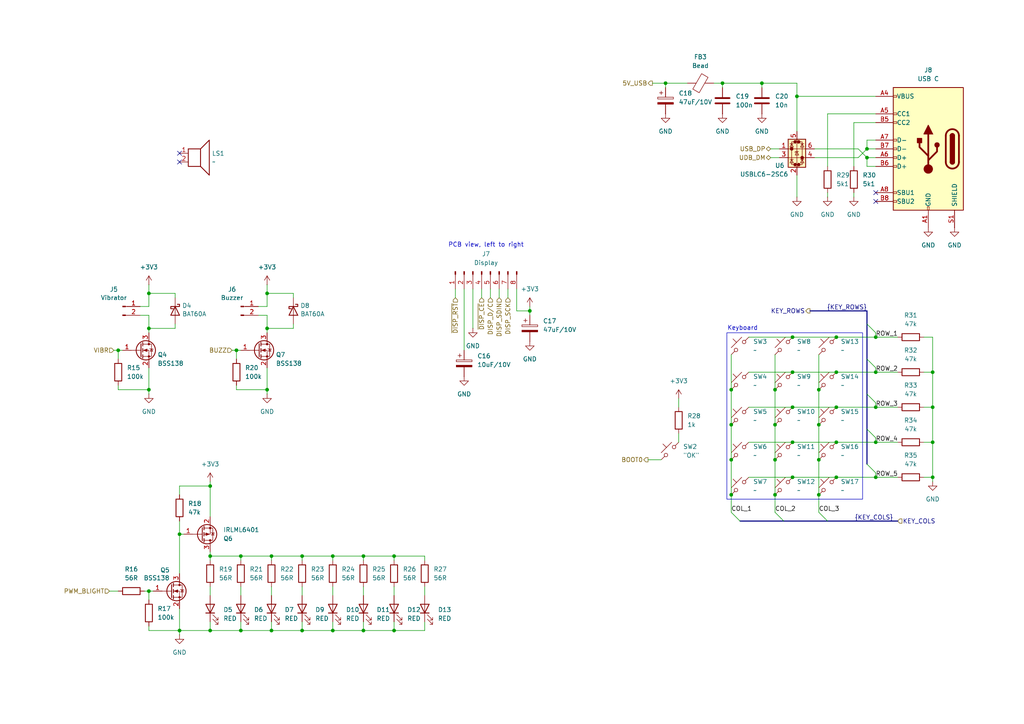
<source format=kicad_sch>
(kicad_sch (version 20250114) (generator "eeschema") (generator_version "9.0")
  (paper "A4")
  (title_block (title "Mainboard replacement for Nokia 3310") (date "29-01-2025") (rev "Rev A") (company "M17 Project") (comment 1 "Wojciech Kaczmarski, SP5WWP"))
  (lib_symbols
    (symbol "Connector:Conn_01x02_Pin" (pin_names (offset 1.016) (hide yes))
      (property "Reference" "J" (at 0 2.54 0))
      (property "Value" "Conn_01x02_Pin" (at 0 -5.08 0))
      (symbol "Conn_01x02_Pin_1_1"
        (pin passive line (at 5.08 0 180) (length 3.81) (name "Pin_1") (number "1"))
        (pin passive line (at 5.08 -2.54 180) (length 3.81) (name "Pin_2") (number "2"))
      )
    )
    (symbol "Connector:Conn_01x08_Pin" (pin_names (offset 1.016) (hide yes))
      (property "Reference" "J" (at 0 10.16 0))
      (property "Value" "Conn_01x08_Pin" (at 0 -12.7 0))
      (symbol "Conn_01x08_Pin_1_1"
        (pin passive line (at 5.08 7.62 180) (length 3.81) (name "Pin_1") (number "1"))
        (pin passive line (at 5.08 5.08 180) (length 3.81) (name "Pin_2") (number "2"))
        (pin passive line (at 5.08 2.54 180) (length 3.81) (name "Pin_3") (number "3"))
        (pin passive line (at 5.08 0 180) (length 3.81) (name "Pin_4") (number "4"))
        (pin passive line (at 5.08 -2.54 180) (length 3.81) (name "Pin_5") (number "5"))
        (pin passive line (at 5.08 -5.08 180) (length 3.81) (name "Pin_6") (number "6"))
        (pin passive line (at 5.08 -7.62 180) (length 3.81) (name "Pin_7") (number "7"))
        (pin passive line (at 5.08 -10.16 180) (length 3.81) (name "Pin_8") (number "8"))
      )
    )
    (symbol "Connector:USB_C_Receptacle_USB2.0_16P" (pin_names (offset 1.016))
      (property "Reference" "J" (at 0 22.225 0))
      (property "Value" "USB_C_Receptacle_USB2.0_16P" (at 0 19.685 0))
      (symbol "USB_C_Receptacle_USB2.0_16P_1_1"
        (pin passive line (at -7.62 -22.86 90) (length 5.08) (name "SHIELD") (number "S1"))
        (pin passive line (at 0 -22.86 90) (length 5.08) (name "GND") (number "A1"))
        (pin passive line (at 0 -22.86 90) (length 5.08) (hide yes) (name "GND") (number "A12"))
        (pin passive line (at 0 -22.86 90) (length 5.08) (hide yes) (name "GND") (number "B1"))
        (pin passive line (at 0 -22.86 90) (length 5.08) (hide yes) (name "GND") (number "B12"))
        (pin passive line (at 15.24 15.24 180) (length 5.08) (name "VBUS") (number "A4"))
        (pin passive line (at 15.24 15.24 180) (length 5.08) (hide yes) (name "VBUS") (number "A9"))
        (pin passive line (at 15.24 15.24 180) (length 5.08) (hide yes) (name "VBUS") (number "B4"))
        (pin passive line (at 15.24 15.24 180) (length 5.08) (hide yes) (name "VBUS") (number "B9"))
        (pin bidirectional line (at 15.24 10.16 180) (length 5.08) (name "CC1") (number "A5"))
        (pin bidirectional line (at 15.24 7.62 180) (length 5.08) (name "CC2") (number "B5"))
        (pin bidirectional line (at 15.24 2.54 180) (length 5.08) (name "D-") (number "A7"))
        (pin bidirectional line (at 15.24 0 180) (length 5.08) (name "D-") (number "B7"))
        (pin bidirectional line (at 15.24 -2.54 180) (length 5.08) (name "D+") (number "A6"))
        (pin bidirectional line (at 15.24 -5.08 180) (length 5.08) (name "D+") (number "B6"))
        (pin bidirectional line (at 15.24 -12.7 180) (length 5.08) (name "SBU1") (number "A8"))
        (pin bidirectional line (at 15.24 -15.24 180) (length 5.08) (name "SBU2") (number "B8"))
      )
    )
    (symbol "Device:C" (pin_numbers (hide yes)) (pin_names (offset 0.254))
      (property "Reference" "C" (at 0.635 2.54 0))
      (property "Value" "C" (at 0.635 -2.54 0))
      (symbol "C_1_1"
        (pin passive line (at 0 3.81 270) (length 2.794) (name "~") (number "1"))
        (pin passive line (at 0 -3.81 90) (length 2.794) (name "~") (number "2"))
      )
    )
    (symbol "Device:C_Polarized" (pin_numbers (hide yes)) (pin_names (offset 0.254))
      (property "Reference" "C" (at 0.635 2.54 0))
      (property "Value" "C_Polarized" (at 0.635 -2.54 0))
      (symbol "C_Polarized_1_1"
        (pin passive line (at 0 3.81 270) (length 2.794) (name "~") (number "1"))
        (pin passive line (at 0 -3.81 90) (length 2.794) (name "~") (number "2"))
      )
    )
    (symbol "Device:FerriteBead" (pin_numbers (hide yes)) (pin_names (offset 0))
      (property "Reference" "FB" (at -3.81 0.635 90))
      (property "Value" "FerriteBead" (at 3.81 0 90))
      (symbol "FerriteBead_1_1"
        (pin passive line (at 0 3.81 270) (length 2.54) (name "~") (number "1"))
        (pin passive line (at 0 -3.81 90) (length 2.54) (name "~") (number "2"))
      )
    )
    (symbol "Device:LED" (pin_numbers (hide yes)) (pin_names (offset 1.016) (hide yes))
      (property "Reference" "D" (at 0 2.54 0))
      (property "Value" "LED" (at 0 -2.54 0))
      (symbol "LED_1_1"
        (pin passive line (at -3.81 0 0) (length 2.54) (name "K") (number "1"))
        (pin passive line (at 3.81 0 180) (length 2.54) (name "A") (number "2"))
      )
    )
    (symbol "Device:R" (pin_numbers (hide yes)) (pin_names (offset 0))
      (property "Reference" "R" (at 2.032 0 90))
      (property "Value" "R" (at 0 0 90))
      (symbol "R_1_1"
        (pin passive line (at 0 3.81 270) (length 1.27) (name "~") (number "1"))
        (pin passive line (at 0 -3.81 90) (length 1.27) (name "~") (number "2"))
      )
    )
    (symbol "Device:Speaker" (pin_names (offset 0) (hide yes))
      (property "Reference" "LS" (at 1.27 5.715 0))
      (property "Value" "Speaker" (at 1.27 3.81 0))
      (symbol "Speaker_1_1"
        (pin input line (at -5.08 0 0) (length 2.54) (name "1") (number "1"))
        (pin input line (at -5.08 -2.54 0) (length 2.54) (name "2") (number "2"))
      )
    )
    (symbol "Diode:BAT60A" (pin_numbers (hide yes)) (pin_names (offset 1.016) (hide yes))
      (property "Reference" "D" (at 0 2.54 0))
      (property "Value" "BAT60A" (at 0 -2.54 0))
      (symbol "BAT60A_1_1"
        (pin passive line (at -3.81 0 0) (length 2.54) (name "K") (number "1"))
        (pin passive line (at 3.81 0 180) (length 2.54) (name "A") (number "2"))
      )
    )
    (symbol "Power_Protection:USBLC6-2SC6" (pin_names (hide yes))
      (property "Reference" "U" (at 0.635 5.715 0))
      (property "Value" "USBLC6-2SC6" (at 0.635 3.81 0))
      (symbol "USBLC6-2SC6_1_1"
        (pin passive line (at -5.08 0 0) (length 2.54) (name "I/O1") (number "1"))
        (pin passive line (at -5.08 -2.54 0) (length 2.54) (name "I/O2") (number "3"))
        (pin passive line (at 0 5.08 270) (length 2.54) (name "VBUS") (number "5"))
        (pin passive line (at 0 -7.62 90) (length 2.54) (name "GND") (number "2"))
        (pin passive line (at 5.08 0 180) (length 2.54) (name "I/O1") (number "6"))
        (pin passive line (at 5.08 -2.54 180) (length 2.54) (name "I/O2") (number "4"))
      )
    )
    (symbol "Switch:SW_Push_45deg" (pin_numbers (hide yes)) (pin_names (offset 1.016) (hide yes))
      (property "Reference" "SW" (at 3.048 1.016 0))
      (property "Value" "SW_Push_45deg" (at 0 -3.81 0))
      (symbol "SW_Push_45deg_0_1"
        (pin passive line (at -2.54 2.54 0) (length 0) (name "1") (number "1"))
        (pin passive line (at 2.54 -2.54 180) (length 0) (name "2") (number "2"))
      )
    )
    (symbol "Transistor_FET:BSS138" (pin_names (hide yes))
      (property "Reference" "Q" (at 5.08 1.905 0))
      (property "Value" "BSS138" (at 5.08 0 0))
      (symbol "BSS138_1_1"
        (pin input line (at -5.08 0 0) (length 2.54) (name "G") (number "1"))
        (pin passive line (at 2.54 5.08 270) (length 2.54) (name "D") (number "3"))
        (pin passive line (at 2.54 -5.08 90) (length 2.54) (name "S") (number "2"))
      )
    )
    (symbol "Transistor_FET:IRLML6401" (pin_names (hide yes))
      (property "Reference" "Q" (at 5.08 1.905 0))
      (property "Value" "IRLML6401" (at 5.08 0 0))
      (symbol "IRLML6401_1_1"
        (pin input line (at -5.08 0 0) (length 2.54) (name "G") (number "1"))
        (pin passive line (at 2.54 5.08 270) (length 2.54) (name "D") (number "3"))
        (pin passive line (at 2.54 -5.08 90) (length 2.54) (name "S") (number "2"))
      )
    )
    (symbol "power:+3V3" (power) (pin_numbers (hide yes)) (pin_names (offset 0) (hide yes))
      (property "Value" "+3V3" (at 0 3.556 0))
      (symbol "+3V3_1_1"
        (pin power_in line (at 0 0 90) (length 0) (name "~") (number "1"))
      )
    )
    (symbol "power:GND" (power) (pin_numbers (hide yes)) (pin_names (offset 0) (hide yes))
      (property "Value" "GND" (at 0 -3.81 0))
      (symbol "GND_1_1"
        (pin power_in line (at 0 0 270) (length 0) (name "~") (number "1"))
      )
    )
  )
  (bus_alias "KEY_COLS" (members "COL_1" "COL_2" "COL_3"))
  (bus_alias "KEY_ROWS" (members "ROW_1" "ROW_2" "ROW_3" "ROW_4" "ROW_5"))
  (rectangle (start 210.82 96.52) (end 250.19 144.78))
  (text "Keyboard" (at 215.392 95.25 0) (effects (font (size 1.27 1.27))))
  (text "PCB view, left to right" (at 140.97 71.12 0) (effects (font (size 1.27 1.27))))
  (junction (at 231.14 27.94))
  (junction (at 87.63 161.29))
  (junction (at 212.09 133.35))
  (junction (at 224.79 143.51))
  (junction (at 77.47 113.03))
  (junction (at 229.87 128.27))
  (junction (at 270.51 128.27))
  (junction (at 237.49 133.35))
  (junction (at 43.18 113.03))
  (junction (at 60.96 140.97))
  (junction (at 69.85 182.88))
  (junction (at 105.41 182.88))
  (junction (at 224.79 133.35))
  (junction (at 212.09 143.51))
  (junction (at 69.85 161.29))
  (junction (at 34.29 101.6))
  (junction (at 209.55 24.13))
  (junction (at 78.74 182.88))
  (junction (at 251.46 45.72))
  (junction (at 212.09 113.03))
  (junction (at 237.49 143.51))
  (junction (at 96.52 161.29))
  (junction (at 254 118.11))
  (junction (at 220.98 24.13))
  (junction (at 270.51 118.11))
  (junction (at 242.57 138.43))
  (junction (at 229.87 107.95))
  (junction (at 77.47 85.09))
  (junction (at 254 97.79))
  (junction (at 78.74 161.29))
  (junction (at 224.79 123.19))
  (junction (at 96.52 182.88))
  (junction (at 77.47 95.25))
  (junction (at 193.04 24.13))
  (junction (at 52.07 154.94))
  (junction (at 251.46 43.18))
  (junction (at 114.3 182.88))
  (junction (at 254 107.95))
  (junction (at 114.3 161.29))
  (junction (at 229.87 97.79))
  (junction (at 237.49 113.03))
  (junction (at 270.51 138.43))
  (junction (at 237.49 123.19))
  (junction (at 43.18 95.25))
  (junction (at 60.96 182.88))
  (junction (at 224.79 113.03))
  (junction (at 87.63 182.88))
  (junction (at 153.67 90.17))
  (junction (at 60.96 161.29))
  (junction (at 212.09 123.19))
  (junction (at 105.41 161.29))
  (junction (at 242.57 107.95))
  (junction (at 254 138.43))
  (junction (at 229.87 118.11))
  (junction (at 242.57 97.79))
  (junction (at 68.58 101.6))
  (junction (at 254 128.27))
  (junction (at 242.57 128.27))
  (junction (at 229.87 138.43))
  (junction (at 43.18 171.45))
  (junction (at 242.57 118.11))
  (junction (at 52.07 182.88))
  (junction (at 270.51 107.95))
  (junction (at 43.18 85.09))
  (no_connect (at 254 58.42))
  (no_connect (at 254 55.88))
  (no_connect (at 52.07 46.99))
  (no_connect (at 52.07 44.45))
  (bus_entry (at 251.46 134.62) (size 2.54 2.54))
  (bus_entry (at 227.33 151.13) (size -2.54 -2.54))
  (bus_entry (at 251.46 93.98) (size 2.54 2.54))
  (bus_entry (at 251.46 114.3) (size 2.54 2.54))
  (bus_entry (at 240.03 151.13) (size -2.54 -2.54))
  (bus_entry (at 251.46 124.46) (size 2.54 2.54))
  (bus_entry (at 214.63 151.13) (size -2.54 -2.54))
  (bus_entry (at 251.46 104.14) (size 2.54 2.54))
  (wire (pts (xy 69.85 182.88) (xy 78.74 182.88)))
  (wire (pts (xy 247.65 55.88) (xy 247.65 57.15)))
  (wire (pts (xy 251.46 40.64) (xy 251.46 43.18)))
  (wire (pts (xy 196.85 115.57) (xy 196.85 118.11)))
  (wire (pts (xy 231.14 24.13) (xy 231.14 27.94)))
  (wire (pts (xy 123.19 182.88) (xy 123.19 180.34)))
  (wire (pts (xy 68.58 111.76) (xy 68.58 113.03)))
  (wire (pts (xy 74.93 91.44) (xy 77.47 91.44)))
  (wire (pts (xy 147.32 86.36) (xy 147.32 83.82)))
  (wire (pts (xy 105.41 161.29) (xy 114.3 161.29)))
  (wire (pts (xy 77.47 113.03) (xy 77.47 114.3)))
  (wire (pts (xy 50.8 86.36) (xy 50.8 85.09)))
  (wire (pts (xy 43.18 95.25) (xy 43.18 96.52)))
  (wire (pts (xy 254 107.95) (xy 260.35 107.95)))
  (wire (pts (xy 142.24 86.36) (xy 142.24 83.82)))
  (wire (pts (xy 78.74 182.88) (xy 87.63 182.88)))
  (wire (pts (xy 248.92 43.18) (xy 251.46 45.72)))
  (wire (pts (xy 231.14 27.94) (xy 231.14 38.1)))
  (wire (pts (xy 207.01 24.13) (xy 209.55 24.13)))
  (wire (pts (xy 247.65 35.56) (xy 254 35.56)))
  (wire (pts (xy 87.63 182.88) (xy 96.52 182.88)))
  (wire (pts (xy 60.96 160.02) (xy 60.96 161.29)))
  (wire (pts (xy 223.52 43.18) (xy 226.06 43.18)))
  (wire (pts (xy 77.47 88.9) (xy 77.47 85.09)))
  (wire (pts (xy 254 106.68) (xy 254 107.95)))
  (wire (pts (xy 242.57 118.11) (xy 254 118.11)))
  (wire (pts (xy 123.19 161.29) (xy 123.19 162.56)))
  (wire (pts (xy 60.96 182.88) (xy 69.85 182.88)))
  (wire (pts (xy 85.09 93.98) (xy 85.09 95.25)))
  (wire (pts (xy 229.87 107.95) (xy 242.57 107.95)))
  (wire (pts (xy 132.08 83.82) (xy 132.08 86.36)))
  (wire (pts (xy 69.85 180.34) (xy 69.85 182.88)))
  (wire (pts (xy 69.85 101.6) (xy 68.58 101.6)))
  (wire (pts (xy 85.09 95.25) (xy 77.47 95.25)))
  (bus (pts (xy 251.46 124.46) (xy 251.46 134.62)))
  (wire (pts (xy 77.47 85.09) (xy 77.47 82.55)))
  (wire (pts (xy 114.3 170.18) (xy 114.3 172.72)))
  (wire (pts (xy 231.14 24.13) (xy 220.98 24.13)))
  (wire (pts (xy 123.19 170.18) (xy 123.19 172.72)))
  (wire (pts (xy 43.18 171.45) (xy 43.18 173.99)))
  (wire (pts (xy 270.51 97.79) (xy 270.51 107.95)))
  (wire (pts (xy 52.07 182.88) (xy 52.07 184.15)))
  (wire (pts (xy 240.03 55.88) (xy 240.03 57.15)))
  (wire (pts (xy 60.96 170.18) (xy 60.96 172.72)))
  (wire (pts (xy 144.78 86.36) (xy 144.78 83.82)))
  (wire (pts (xy 223.52 45.72) (xy 226.06 45.72)))
  (wire (pts (xy 224.79 143.51) (xy 224.79 148.59)))
  (wire (pts (xy 217.17 128.27) (xy 229.87 128.27)))
  (wire (pts (xy 87.63 170.18) (xy 87.63 172.72)))
  (wire (pts (xy 229.87 138.43) (xy 242.57 138.43)))
  (wire (pts (xy 254 96.52) (xy 254 97.79)))
  (wire (pts (xy 251.46 45.72) (xy 254 45.72)))
  (wire (pts (xy 105.41 170.18) (xy 105.41 172.72)))
  (wire (pts (xy 254 116.84) (xy 254 118.11)))
  (wire (pts (xy 212.09 143.51) (xy 212.09 148.59)))
  (wire (pts (xy 247.65 48.26) (xy 247.65 35.56)))
  (wire (pts (xy 224.79 123.19) (xy 224.79 133.35)))
  (wire (pts (xy 105.41 180.34) (xy 105.41 182.88)))
  (wire (pts (xy 69.85 170.18) (xy 69.85 172.72)))
  (wire (pts (xy 212.09 113.03) (xy 212.09 123.19)))
  (wire (pts (xy 43.18 85.09) (xy 43.18 82.55)))
  (wire (pts (xy 60.96 139.7) (xy 60.96 140.97)))
  (wire (pts (xy 87.63 162.56) (xy 87.63 161.29)))
  (bus (pts (xy 251.46 90.17) (xy 251.46 93.98)))
  (wire (pts (xy 212.09 133.35) (xy 212.09 143.51)))
  (wire (pts (xy 43.18 182.88) (xy 52.07 182.88)))
  (wire (pts (xy 105.41 182.88) (xy 114.3 182.88)))
  (wire (pts (xy 242.57 128.27) (xy 254 128.27)))
  (wire (pts (xy 270.51 138.43) (xy 267.97 138.43)))
  (wire (pts (xy 68.58 113.03) (xy 77.47 113.03)))
  (wire (pts (xy 52.07 143.51) (xy 52.07 140.97)))
  (wire (pts (xy 34.29 111.76) (xy 34.29 113.03)))
  (wire (pts (xy 114.3 162.56) (xy 114.3 161.29)))
  (wire (pts (xy 153.67 90.17) (xy 149.86 90.17)))
  (wire (pts (xy 33.02 101.6) (xy 34.29 101.6)))
  (wire (pts (xy 237.49 102.87) (xy 237.49 113.03)))
  (bus (pts (xy 251.46 114.3) (xy 251.46 124.46)))
  (wire (pts (xy 224.79 102.87) (xy 224.79 113.03)))
  (wire (pts (xy 52.07 182.88) (xy 60.96 182.88)))
  (wire (pts (xy 254 97.79) (xy 260.35 97.79)))
  (wire (pts (xy 31.75 171.45) (xy 34.29 171.45)))
  (wire (pts (xy 270.51 118.11) (xy 270.51 128.27)))
  (wire (pts (xy 224.79 133.35) (xy 224.79 143.51)))
  (wire (pts (xy 187.96 133.35) (xy 191.77 133.35)))
  (wire (pts (xy 78.74 161.29) (xy 78.74 162.56)))
  (wire (pts (xy 52.07 151.13) (xy 52.07 154.94)))
  (bus (pts (xy 240.03 151.13) (xy 260.35 151.13)))
  (bus (pts (xy 251.46 104.14) (xy 251.46 114.3)))
  (wire (pts (xy 34.29 113.03) (xy 43.18 113.03)))
  (wire (pts (xy 149.86 90.17) (xy 149.86 83.82)))
  (wire (pts (xy 254 33.02) (xy 240.03 33.02)))
  (wire (pts (xy 40.64 91.44) (xy 43.18 91.44)))
  (wire (pts (xy 254 40.64) (xy 251.46 40.64)))
  (wire (pts (xy 96.52 180.34) (xy 96.52 182.88)))
  (wire (pts (xy 43.18 181.61) (xy 43.18 182.88)))
  (wire (pts (xy 134.62 83.82) (xy 134.62 101.6)))
  (wire (pts (xy 209.55 25.4) (xy 209.55 24.13)))
  (wire (pts (xy 217.17 118.11) (xy 229.87 118.11)))
  (wire (pts (xy 74.93 88.9) (xy 77.47 88.9)))
  (bus (pts (xy 251.46 93.98) (xy 251.46 104.14)))
  (wire (pts (xy 217.17 97.79) (xy 229.87 97.79)))
  (wire (pts (xy 254 128.27) (xy 260.35 128.27)))
  (wire (pts (xy 60.96 161.29) (xy 60.96 162.56)))
  (wire (pts (xy 114.3 161.29) (xy 123.19 161.29)))
  (wire (pts (xy 237.49 143.51) (xy 237.49 148.59)))
  (wire (pts (xy 43.18 113.03) (xy 43.18 114.3)))
  (wire (pts (xy 43.18 106.68) (xy 43.18 113.03)))
  (wire (pts (xy 212.09 123.19) (xy 212.09 133.35)))
  (wire (pts (xy 153.67 90.17) (xy 153.67 91.44)))
  (wire (pts (xy 240.03 33.02) (xy 240.03 48.26)))
  (wire (pts (xy 209.55 24.13) (xy 220.98 24.13)))
  (wire (pts (xy 251.46 43.18) (xy 248.92 45.72)))
  (wire (pts (xy 254 118.11) (xy 260.35 118.11)))
  (wire (pts (xy 217.17 107.95) (xy 229.87 107.95)))
  (wire (pts (xy 212.09 102.87) (xy 212.09 113.03)))
  (wire (pts (xy 254 137.16) (xy 254 138.43)))
  (wire (pts (xy 236.22 45.72) (xy 248.92 45.72)))
  (wire (pts (xy 96.52 161.29) (xy 105.41 161.29)))
  (wire (pts (xy 77.47 95.25) (xy 77.47 96.52)))
  (wire (pts (xy 267.97 128.27) (xy 270.51 128.27)))
  (wire (pts (xy 78.74 180.34) (xy 78.74 182.88)))
  (wire (pts (xy 52.07 176.53) (xy 52.07 182.88)))
  (wire (pts (xy 41.91 171.45) (xy 43.18 171.45)))
  (wire (pts (xy 242.57 107.95) (xy 254 107.95)))
  (wire (pts (xy 43.18 88.9) (xy 43.18 85.09)))
  (wire (pts (xy 44.45 171.45) (xy 43.18 171.45)))
  (wire (pts (xy 242.57 97.79) (xy 254 97.79)))
  (wire (pts (xy 254 138.43) (xy 260.35 138.43)))
  (wire (pts (xy 87.63 180.34) (xy 87.63 182.88)))
  (wire (pts (xy 237.49 123.19) (xy 237.49 133.35)))
  (wire (pts (xy 69.85 162.56) (xy 69.85 161.29)))
  (wire (pts (xy 114.3 180.34) (xy 114.3 182.88)))
  (wire (pts (xy 77.47 106.68) (xy 77.47 113.03)))
  (wire (pts (xy 224.79 113.03) (xy 224.79 123.19)))
  (wire (pts (xy 52.07 154.94) (xy 52.07 166.37)))
  (wire (pts (xy 52.07 140.97) (xy 60.96 140.97)))
  (wire (pts (xy 199.39 24.13) (xy 193.04 24.13)))
  (wire (pts (xy 267.97 97.79) (xy 270.51 97.79)))
  (wire (pts (xy 60.96 161.29) (xy 69.85 161.29)))
  (wire (pts (xy 267.97 118.11) (xy 270.51 118.11)))
  (bus (pts (xy 234.95 90.17) (xy 251.46 90.17)))
  (wire (pts (xy 114.3 182.88) (xy 123.19 182.88)))
  (wire (pts (xy 43.18 85.09) (xy 50.8 85.09)))
  (wire (pts (xy 236.22 43.18) (xy 248.92 43.18)))
  (bus (pts (xy 214.63 151.13) (xy 227.33 151.13)))
  (wire (pts (xy 251.46 43.18) (xy 254 43.18)))
  (wire (pts (xy 270.51 128.27) (xy 270.51 138.43)))
  (wire (pts (xy 105.41 162.56) (xy 105.41 161.29)))
  (wire (pts (xy 229.87 118.11) (xy 242.57 118.11)))
  (wire (pts (xy 52.07 154.94) (xy 53.34 154.94)))
  (wire (pts (xy 60.96 180.34) (xy 60.96 182.88)))
  (wire (pts (xy 237.49 133.35) (xy 237.49 143.51)))
  (wire (pts (xy 153.67 88.9) (xy 153.67 90.17)))
  (wire (pts (xy 139.7 83.82) (xy 139.7 86.36)))
  (wire (pts (xy 96.52 161.29) (xy 96.52 162.56)))
  (wire (pts (xy 96.52 182.88) (xy 105.41 182.88)))
  (wire (pts (xy 77.47 91.44) (xy 77.47 95.25)))
  (wire (pts (xy 270.51 138.43) (xy 270.51 139.7)))
  (wire (pts (xy 43.18 91.44) (xy 43.18 95.25)))
  (wire (pts (xy 254 27.94) (xy 231.14 27.94)))
  (wire (pts (xy 87.63 161.29) (xy 96.52 161.29)))
  (wire (pts (xy 69.85 161.29) (xy 78.74 161.29)))
  (wire (pts (xy 96.52 170.18) (xy 96.52 172.72)))
  (wire (pts (xy 231.14 50.8) (xy 231.14 57.15)))
  (wire (pts (xy 50.8 93.98) (xy 50.8 95.25)))
  (wire (pts (xy 78.74 161.29) (xy 87.63 161.29)))
  (wire (pts (xy 220.98 24.13) (xy 220.98 25.4)))
  (wire (pts (xy 85.09 86.36) (xy 85.09 85.09)))
  (wire (pts (xy 35.56 101.6) (xy 34.29 101.6)))
  (wire (pts (xy 60.96 140.97) (xy 60.96 149.86)))
  (wire (pts (xy 78.74 170.18) (xy 78.74 172.72)))
  (wire (pts (xy 50.8 95.25) (xy 43.18 95.25)))
  (wire (pts (xy 270.51 107.95) (xy 270.51 118.11)))
  (wire (pts (xy 254 127) (xy 254 128.27)))
  (wire (pts (xy 251.46 48.26) (xy 251.46 45.72)))
  (wire (pts (xy 34.29 101.6) (xy 34.29 104.14)))
  (wire (pts (xy 193.04 24.13) (xy 193.04 25.4)))
  (wire (pts (xy 242.57 138.43) (xy 254 138.43)))
  (wire (pts (xy 254 48.26) (xy 251.46 48.26)))
  (wire (pts (xy 77.47 85.09) (xy 85.09 85.09)))
  (wire (pts (xy 68.58 101.6) (xy 68.58 104.14)))
  (wire (pts (xy 229.87 128.27) (xy 242.57 128.27)))
  (wire (pts (xy 237.49 113.03) (xy 237.49 123.19)))
  (wire (pts (xy 67.31 101.6) (xy 68.58 101.6)))
  (bus (pts (xy 240.03 151.13) (xy 227.33 151.13)))
  (wire (pts (xy 196.85 125.73) (xy 196.85 128.27)))
  (wire (pts (xy 217.17 138.43) (xy 229.87 138.43)))
  (wire (pts (xy 229.87 97.79) (xy 242.57 97.79)))
  (wire (pts (xy 267.97 107.95) (xy 270.51 107.95)))
  (wire (pts (xy 189.23 24.13) (xy 193.04 24.13)))
  (wire (pts (xy 40.64 88.9) (xy 43.18 88.9)))
  (wire (pts (xy 137.16 95.25) (xy 137.16 83.82)))
  (label "ROW_3" (at 254 118.11 0))
  (label "ROW_2" (at 254 107.95 0))
  (label "{KEY_COLS}" (at 259.08 151.13 180))
  (label "ROW_4" (at 254 128.27 0))
  (label "COL_3" (at 237.49 148.59 0))
  (label "ROW_5" (at 254 138.43 0))
  (label "{KEY_ROWS}" (at 251.46 90.17 180))
  (label "COL_2" (at 224.79 148.59 0))
  (label "COL_1" (at 212.09 148.59 0))
  (label "ROW_1" (at 254 97.79 0))
  (hierarchical_label "USB_DP" (shape bidirectional) (at 223.52 43.18 180))
  (hierarchical_label "DISP_D{slash}C" (shape input) (at 142.24 86.36 270))
  (hierarchical_label "BUZZ" (shape input) (at 67.31 101.6 180))
  (hierarchical_label "UDB_DM" (shape bidirectional) (at 223.52 45.72 180))
  (hierarchical_label "KEY_ROWS" (shape output) (at 234.95 90.17 180))
  (hierarchical_label "BOOT0" (shape output) (at 187.96 133.35 180))
  (hierarchical_label "DISP_SCK" (shape input) (at 147.32 86.36 270))
  (hierarchical_label "KEY_COLS" (shape input) (at 260.35 151.13 0))
  (hierarchical_label "~{DISP_RST}" (shape input) (at 132.08 86.36 270))
  (hierarchical_label "5V_USB" (shape output) (at 189.23 24.13 180))
  (hierarchical_label "DISP_SDIN" (shape input) (at 144.78 86.36 270))
  (hierarchical_label "PWM_BLIGHT" (shape input) (at 31.75 171.45 180))
  (hierarchical_label "~{DISP_CE}" (shape input) (at 139.7 86.36 270))
  (hierarchical_label "VIBR" (shape input) (at 33.02 101.6 180))
  (symbol (lib_id "Switch:SW_Push_45deg") (at 214.63 130.81 90) (unit 1) (in_bom no)
    (property "Reference" "SW6" (at 218.44 129.5399 90) (effects (justify right)))
    (property "Value" "~" (at 218.44 132.0799 90) (effects (justify right)))
    (property "Footprint" "Parts:3310_key" (effects (hide yes)))
    (property "Description" "Push button switch, normally open, two pins, 45° tilted" (effects (hide yes)))
  )
  (symbol (lib_id "power:GND") (at 276.86 66.04 0) (unit 1)
    (property "Reference" "#PWR067" (effects (hide yes)))
    (property "Value" "GND" (at 276.86 71.12 0))
    (property "Description" "Power symbol creates a global label with name \"GND\" , ground" (effects (hide yes)))
  )
  (symbol (lib_id "Transistor_FET:BSS138") (at 74.93 101.6 0) (unit 1)
    (property "Reference" "Q7" (at 80.01 102.87 0) (effects (justify left)))
    (property "Value" "BSS138" (at 80.01 105.41 0) (effects (justify left)))
    (property "Footprint" "Package_TO_SOT_SMD:SOT-23" (effects (hide yes)))
    (property "Datasheet" "https://www.onsemi.com/pub/Collateral/BSS138-D.PDF" (effects (hide yes)))
    (property "Description" "50V Vds, 0.22A Id, N-Channel MOSFET, SOT-23" (effects (hide yes)))
    (property "MPN" "771-BSS138P215" (effects (hide yes)))
    (property "PN" "771-BSS138P215" (effects (hide yes)))
  )
  (symbol (lib_id "power:GND") (at 220.98 33.02 0) (unit 1)
    (property "Reference" "#PWR061" (effects (hide yes)))
    (property "Value" "GND" (at 220.98 38.1 0))
    (property "Description" "Power symbol creates a global label with name \"GND\" , ground" (effects (hide yes)))
  )
  (symbol (lib_id "Device:LED") (at 60.96 176.53 90) (unit 1)
    (property "Reference" "D5" (at 64.77 176.8474 90) (effects (justify right)))
    (property "Value" "RED" (at 64.77 179.3874 90) (effects (justify right)))
    (property "Footprint" "Parts:3310_led" (effects (hide yes)))
    (property "Description" "Light emitting diode" (effects (hide yes)))
    (property "MPN" "743-IN-S124ARUR" (effects (hide yes)))
    (property "PN" "743-IN-S124ARUR" (effects (hide yes)))
  )
  (symbol (lib_id "Switch:SW_Push_45deg") (at 227.33 130.81 90) (unit 1) (in_bom no)
    (property "Reference" "SW11" (at 231.14 129.5399 90) (effects (justify right)))
    (property "Value" "~" (at 231.14 132.0799 90) (effects (justify right)))
    (property "Footprint" "Parts:3310_key" (effects (hide yes)))
    (property "Description" "Push button switch, normally open, two pins, 45° tilted" (effects (hide yes)))
  )
  (symbol (lib_id "Device:R") (at 38.1 171.45 90) (unit 1)
    (property "Reference" "R16" (at 38.1 165.1 90))
    (property "Value" "56R" (at 38.1 167.64 90))
    (property "Footprint" "Resistor_SMD:R_0402_1005Metric" (effects (hide yes)))
    (property "Description" "Resistor" (effects (hide yes)))
    (property "PN" "667-ERJ-2GEJ560X" (effects (hide yes)))
    (property "MPN" "667-ERJ-2GEJ560X" (effects (hide yes)))
  )
  (symbol (lib_id "Device:LED") (at 105.41 176.53 90) (unit 1)
    (property "Reference" "D11" (at 109.22 176.8474 90) (effects (justify right)))
    (property "Value" "RED" (at 109.22 179.3874 90) (effects (justify right)))
    (property "Footprint" "Parts:3310_led" (effects (hide yes)))
    (property "Description" "Light emitting diode" (effects (hide yes)))
    (property "MPN" "743-IN-S124ARUR" (effects (hide yes)))
    (property "PN" "743-IN-S124ARUR" (effects (hide yes)))
  )
  (symbol (lib_id "Switch:SW_Push_45deg") (at 227.33 110.49 90) (unit 1) (in_bom no)
    (property "Reference" "SW9" (at 231.14 109.2199 90) (effects (justify right)))
    (property "Value" "~" (at 231.14 111.7599 90) (effects (justify right)))
    (property "Footprint" "Parts:3310_key" (effects (hide yes)))
    (property "Description" "Push button switch, normally open, two pins, 45° tilted" (effects (hide yes)))
  )
  (symbol (lib_id "power:+3V3") (at 60.96 139.7 0) (unit 1)
    (property "Reference" "#PWR051" (effects (hide yes)))
    (property "Value" "+3V3" (at 60.96 134.62 0))
    (property "Description" "Power symbol creates a global label with name \"+3V3\"" (effects (hide yes)))
  )
  (symbol (lib_id "Device:R") (at 78.74 166.37 0) (unit 1)
    (property "Reference" "R22" (at 81.28 165.0999 0) (effects (justify left)))
    (property "Value" "56R" (at 81.28 167.6399 0) (effects (justify left)))
    (property "Footprint" "Resistor_SMD:R_0402_1005Metric" (effects (hide yes)))
    (property "Description" "Resistor" (effects (hide yes)))
    (property "PN" "667-ERJ-2GEJ560X" (effects (hide yes)))
    (property "MPN" "667-ERJ-2GEJ560X" (effects (hide yes)))
  )
  (symbol (lib_id "Device:LED") (at 114.3 176.53 90) (unit 1)
    (property "Reference" "D12" (at 118.11 176.8474 90) (effects (justify right)))
    (property "Value" "RED" (at 118.11 179.3874 90) (effects (justify right)))
    (property "Footprint" "Parts:3310_led" (effects (hide yes)))
    (property "Description" "Light emitting diode" (effects (hide yes)))
    (property "MPN" "743-IN-S124ARUR" (effects (hide yes)))
    (property "PN" "743-IN-S124ARUR" (effects (hide yes)))
  )
  (symbol (lib_id "power:GND") (at 134.62 109.22 0) (unit 1)
    (property "Reference" "#PWR054" (effects (hide yes)))
    (property "Value" "GND" (at 134.62 114.3 0))
    (property "Description" "Power symbol creates a global label with name \"GND\" , ground" (effects (hide yes)))
  )
  (symbol (lib_id "Device:R") (at 264.16 97.79 270) (unit 1)
    (property "Reference" "R31" (at 264.16 91.44 90))
    (property "Value" "47k" (at 264.16 93.98 90))
    (property "Footprint" "Resistor_SMD:R_0402_1005Metric" (effects (hide yes)))
    (property "Description" "Resistor" (effects (hide yes)))
    (property "PN" "652-CR0402JW-473GLF" (effects (hide yes)))
    (property "MPN" "652-CR0402JW-473GLF" (effects (hide yes)))
  )
  (symbol (lib_id "power:GND") (at 231.14 57.15 0) (unit 1)
    (property "Reference" "#PWR062" (effects (hide yes)))
    (property "Value" "GND" (at 231.14 62.23 0))
    (property "Description" "Power symbol creates a global label with name \"GND\" , ground" (effects (hide yes)))
  )
  (symbol (lib_id "Connector:Conn_01x08_Pin") (at 139.7 78.74 90) (mirror x) (unit 1) (in_bom no)
    (property "Reference" "J7" (at 140.97 73.66 90))
    (property "Value" "Display" (at 140.97 76.2 90))
    (property "Footprint" "Parts:3310_display" (effects (hide yes)))
    (property "Description" "Generic connector, single row, 01x08, script generated" (effects (hide yes)))
  )
  (symbol (lib_id "Device:R") (at 96.52 166.37 0) (unit 1)
    (property "Reference" "R24" (at 99.06 165.0999 0) (effects (justify left)))
    (property "Value" "56R" (at 99.06 167.6399 0) (effects (justify left)))
    (property "Footprint" "Resistor_SMD:R_0402_1005Metric" (effects (hide yes)))
    (property "Description" "Resistor" (effects (hide yes)))
    (property "PN" "667-ERJ-2GEJ560X" (effects (hide yes)))
    (property "MPN" "667-ERJ-2GEJ560X" (effects (hide yes)))
  )
  (symbol (lib_id "Device:R") (at 247.65 52.07 0) (unit 1)
    (property "Reference" "R30" (at 250.19 50.7999 0) (effects (justify left)))
    (property "Value" "5k1" (at 250.19 53.3399 0) (effects (justify left)))
    (property "Footprint" "Resistor_SMD:R_0402_1005Metric" (effects (hide yes)))
    (property "Description" "Resistor" (effects (hide yes)))
    (property "PN" "660-RK73B1ETTP512J" (effects (hide yes)))
    (property "MPN" "660-RK73B1ETTP512J" (effects (hide yes)))
  )
  (symbol (lib_id "Power_Protection:USBLC6-2SC6") (at 231.14 43.18 0) (unit 1)
    (property "Reference" "U6" (at 224.79 48.006 0) (effects (justify left)))
    (property "Value" "USBLC6-2SC6" (at 214.63 50.546 0) (effects (justify left)))
    (property "Footprint" "Package_TO_SOT_SMD:SOT-23-6" (effects (hide yes)))
    (property "Datasheet" "https://www.st.com/resource/en/datasheet/usblc6-2.pdf" (effects (hide yes)))
    (property "Description" "Very low capacitance ESD protection diode, 2 data-line, SOT-23-6" (effects (hide yes)))
    (property "PN" "511-USBLC6-2SC6" (effects (hide yes)))
    (property "MPN" "511-USBLC6-2SC6" (effects (hide yes)))
  )
  (symbol (lib_id "power:GND") (at 137.16 95.25 0) (unit 1)
    (property "Reference" "#PWR055" (effects (hide yes)))
    (property "Value" "GND" (at 137.16 100.33 0))
    (property "Description" "Power symbol creates a global label with name \"GND\" , ground" (effects (hide yes)))
  )
  (symbol (lib_id "Switch:SW_Push_45deg") (at 214.63 100.33 90) (unit 1) (in_bom no)
    (property "Reference" "SW3" (at 218.44 99.0599 90) (effects (justify right)))
    (property "Value" "~" (at 218.44 101.5999 90) (effects (justify right)))
    (property "Footprint" "Parts:3310_key" (effects (hide yes)))
    (property "Description" "Push button switch, normally open, two pins, 45° tilted" (effects (hide yes)))
  )
  (symbol (lib_id "Switch:SW_Push_45deg") (at 214.63 110.49 90) (unit 1) (in_bom no)
    (property "Reference" "SW4" (at 218.44 109.2199 90) (effects (justify right)))
    (property "Value" "~" (at 218.44 111.7599 90) (effects (justify right)))
    (property "Footprint" "Parts:3310_key" (effects (hide yes)))
    (property "Description" "Push button switch, normally open, two pins, 45° tilted" (effects (hide yes)))
  )
  (symbol (lib_id "Switch:SW_Push_45deg") (at 214.63 140.97 90) (unit 1) (in_bom no)
    (property "Reference" "SW7" (at 218.44 139.6999 90) (effects (justify right)))
    (property "Value" "~" (at 218.44 142.2399 90) (effects (justify right)))
    (property "Footprint" "Parts:3310_key" (effects (hide yes)))
    (property "Description" "Push button switch, normally open, two pins, 45° tilted" (effects (hide yes)))
  )
  (symbol (lib_id "Switch:SW_Push_45deg") (at 240.03 130.81 90) (unit 1) (in_bom no)
    (property "Reference" "SW16" (at 243.84 129.5399 90) (effects (justify right)))
    (property "Value" "~" (at 243.84 132.0799 90) (effects (justify right)))
    (property "Footprint" "Parts:3310_key_gap" (effects (hide yes)))
    (property "Description" "Push button switch, normally open, two pins, 45° tilted" (effects (hide yes)))
  )
  (symbol (lib_id "Switch:SW_Push_45deg") (at 227.33 120.65 90) (unit 1) (in_bom no)
    (property "Reference" "SW10" (at 231.14 119.3799 90) (effects (justify right)))
    (property "Value" "~" (at 231.14 121.9199 90) (effects (justify right)))
    (property "Footprint" "Parts:3310_key" (effects (hide yes)))
    (property "Description" "Push button switch, normally open, two pins, 45° tilted" (effects (hide yes)))
  )
  (symbol (lib_id "Device:C_Polarized") (at 193.04 29.21 0) (unit 1)
    (property "Reference" "C18" (at 196.85 27.0509 0) (effects (justify left)))
    (property "Value" "47uF/10V" (at 196.85 29.5909 0) (effects (justify left)))
    (property "Footprint" "Capacitor_Tantalum_SMD:CP_EIA-3528-21_Kemet-B" (effects (hide yes)))
    (property "Description" "Polarized capacitor" (effects (hide yes)))
    (property "PN" "74-293D476X9010B2TE3" (effects (hide yes)))
    (property "MPN" "74-293D476X9010B2TE3" (effects (hide yes)))
  )
  (symbol (lib_id "Switch:SW_Push_45deg") (at 214.63 120.65 90) (unit 1) (in_bom no)
    (property "Reference" "SW5" (at 218.44 119.3799 90) (effects (justify right)))
    (property "Value" "~" (at 218.44 121.9199 90) (effects (justify right)))
    (property "Footprint" "Parts:3310_key" (effects (hide yes)))
    (property "Description" "Push button switch, normally open, two pins, 45° tilted" (effects (hide yes)))
  )
  (symbol (lib_id "Device:R") (at 105.41 166.37 0) (unit 1)
    (property "Reference" "R25" (at 107.95 165.0999 0) (effects (justify left)))
    (property "Value" "56R" (at 107.95 167.6399 0) (effects (justify left)))
    (property "Footprint" "Resistor_SMD:R_0402_1005Metric" (effects (hide yes)))
    (property "Description" "Resistor" (effects (hide yes)))
    (property "PN" "667-ERJ-2GEJ560X" (effects (hide yes)))
    (property "MPN" "667-ERJ-2GEJ560X" (effects (hide yes)))
  )
  (symbol (lib_id "Device:R") (at 34.29 107.95 180) (unit 1)
    (property "Reference" "R15" (at 36.7904 106.6799 0) (effects (justify right)))
    (property "Value" "100k" (at 36.7904 109.2199 0) (effects (justify right)))
    (property "Footprint" "Resistor_SMD:R_0402_1005Metric" (effects (hide yes)))
    (property "Description" "Resistor" (effects (hide yes)))
    (property "PN" "603-RC0402JR-13100KL" (effects (hide yes)))
    (property "MPN" "603-RC0402JR-13100KL" (effects (hide yes)))
  )
  (symbol (lib_id "power:+3V3") (at 153.67 88.9 0) (unit 1)
    (property "Reference" "#PWR056" (effects (hide yes)))
    (property "Value" "+3V3" (at 153.67 83.82 0))
    (property "Description" "Power symbol creates a global label with name \"+3V3\"" (effects (hide yes)))
  )
  (symbol (lib_id "Device:C_Polarized") (at 134.62 105.41 0) (unit 1)
    (property "Reference" "C16" (at 138.43 103.2509 0) (effects (justify left)))
    (property "Value" "10uF/10V" (at 138.43 105.7909 0) (effects (justify left)))
    (property "Footprint" "Capacitor_Tantalum_SMD:CP_EIA-3528-21_Kemet-B" (effects (hide yes)))
    (property "Description" "Polarized capacitor" (effects (hide yes)))
    (property "PN" "581-TAJB106K010SNJ" (effects (hide yes)))
    (property "MPN" "581-TAJB106K010SNJ" (effects (hide yes)))
  )
  (symbol (lib_id "Diode:BAT60A") (at 85.09 90.17 270) (unit 1)
    (property "Reference" "D8" (at 87.122 88.6403 90) (effects (justify left)))
    (property "Value" "BAT60A" (at 87.122 91.0646 90) (effects (justify left)))
    (property "Footprint" "Diode_SMD:D_SOD-323" (effects (hide yes)))
    (property "Datasheet" "https://www.infineon.com/dgdl/Infineon-BAT60ASERIES-DS-v01_01-en.pdf?fileId=db3a304313d846880113def70c9304a9" (effects (hide yes)))
    (property "Description" "10V 3A High Current Recitifier Schottky Diode, SOD-323" (effects (hide yes)))
    (property "PN" "726-BAT60AE6327HTSA1" (effects (hide yes)))
    (property "MPN" "726-BAT60AE6327HTSA1" (effects (hide yes)))
  )
  (symbol (lib_id "power:+3V3") (at 43.18 82.55 0) (unit 1)
    (property "Reference" "#PWR048" (effects (hide yes)))
    (property "Value" "+3V3" (at 43.18 77.47 0))
    (property "Description" "Power symbol creates a global label with name \"+3V3\"" (effects (hide yes)))
  )
  (symbol (lib_id "power:GND") (at 193.04 33.02 0) (unit 1)
    (property "Reference" "#PWR058" (effects (hide yes)))
    (property "Value" "GND" (at 193.04 38.1 0))
    (property "Description" "Power symbol creates a global label with name \"GND\" , ground" (effects (hide yes)))
  )
  (symbol (lib_id "power:+3V3") (at 196.85 115.57 0) (unit 1)
    (property "Reference" "#PWR059" (effects (hide yes)))
    (property "Value" "+3V3" (at 196.85 110.49 0))
    (property "Description" "Power symbol creates a global label with name \"+3V3\"" (effects (hide yes)))
  )
  (symbol (lib_id "Transistor_FET:IRLML6401") (at 58.42 154.94 0) (mirror x) (unit 1)
    (property "Reference" "Q6" (at 64.77 156.2101 0) (effects (justify left)))
    (property "Value" "IRLML6401" (at 64.77 153.6701 0) (effects (justify left)))
    (property "Footprint" "Package_TO_SOT_SMD:SOT-23" (effects (hide yes)))
    (property "Datasheet" "https://www.infineon.com/dgdl/irlml6401pbf.pdf?fileId=5546d462533600a401535668b96d2634" (effects (hide yes)))
    (property "Description" "-4.3A Id, -12V Vds, 50mOhm Rds, P-Channel HEXFET Power MOSFET, SOT-23" (effects (hide yes)))
    (property "MPN" "942-IRLML6401TRPBF" (effects (hide yes)))
    (property "PN" "942-IRLML6401TRPBF" (effects (hide yes)))
  )
  (symbol (lib_id "power:+3V3") (at 77.47 82.55 0) (unit 1)
    (property "Reference" "#PWR052" (effects (hide yes)))
    (property "Value" "+3V3" (at 77.47 77.47 0))
    (property "Description" "Power symbol creates a global label with name \"+3V3\"" (effects (hide yes)))
  )
  (symbol (lib_id "Device:LED") (at 69.85 176.53 90) (unit 1)
    (property "Reference" "D6" (at 73.66 176.8474 90) (effects (justify right)))
    (property "Value" "RED" (at 73.66 179.3874 90) (effects (justify right)))
    (property "Footprint" "Parts:3310_led" (effects (hide yes)))
    (property "Description" "Light emitting diode" (effects (hide yes)))
    (property "MPN" "743-IN-S124ARUR" (effects (hide yes)))
    (property "PN" "743-IN-S124ARUR" (effects (hide yes)))
  )
  (symbol (lib_id "power:GND") (at 240.03 57.15 0) (unit 1)
    (property "Reference" "#PWR063" (effects (hide yes)))
    (property "Value" "GND" (at 240.03 62.23 0))
    (property "Description" "Power symbol creates a global label with name \"GND\" , ground" (effects (hide yes)))
  )
  (symbol (lib_id "Device:LED") (at 123.19 176.53 90) (unit 1)
    (property "Reference" "D13" (at 127 176.8474 90) (effects (justify right)))
    (property "Value" "RED" (at 127 179.3874 90) (effects (justify right)))
    (property "Footprint" "Parts:3310_led" (effects (hide yes)))
    (property "Description" "Light emitting diode" (effects (hide yes)))
    (property "MPN" "743-IN-S124ARUR" (effects (hide yes)))
    (property "PN" "743-IN-S124ARUR" (effects (hide yes)))
  )
  (symbol (lib_id "Device:R") (at 69.85 166.37 0) (unit 1)
    (property "Reference" "R21" (at 72.39 165.0999 0) (effects (justify left)))
    (property "Value" "56R" (at 72.39 167.6399 0) (effects (justify left)))
    (property "Footprint" "Resistor_SMD:R_0402_1005Metric" (effects (hide yes)))
    (property "Description" "Resistor" (effects (hide yes)))
    (property "PN" "667-ERJ-2GEJ560X" (effects (hide yes)))
    (property "MPN" "667-ERJ-2GEJ560X" (effects (hide yes)))
  )
  (symbol (lib_id "Device:R") (at 264.16 118.11 270) (unit 1)
    (property "Reference" "R33" (at 264.16 111.76 90))
    (property "Value" "47k" (at 264.16 114.3 90))
    (property "Footprint" "Resistor_SMD:R_0402_1005Metric" (effects (hide yes)))
    (property "Description" "Resistor" (effects (hide yes)))
    (property "PN" "652-CR0402JW-473GLF" (effects (hide yes)))
    (property "MPN" "652-CR0402JW-473GLF" (effects (hide yes)))
  )
  (symbol (lib_id "Device:C") (at 220.98 29.21 0) (unit 1)
    (property "Reference" "C20" (at 224.79 27.9399 0) (effects (justify left)))
    (property "Value" "10n" (at 224.79 30.4799 0) (effects (justify left)))
    (property "Footprint" "Capacitor_SMD:C_0402_1005Metric" (effects (hide yes)))
    (property "Description" "Unpolarized capacitor" (effects (hide yes)))
    (property "PN" "77-VJ0402Y103KCAAC" (effects (hide yes)))
    (property "MPN" "77-VJ0402Y103KCAAC" (effects (hide yes)))
  )
  (symbol (lib_id "Device:R") (at 264.16 138.43 270) (unit 1)
    (property "Reference" "R35" (at 264.16 132.08 90))
    (property "Value" "47k" (at 264.16 134.62 90))
    (property "Footprint" "Resistor_SMD:R_0402_1005Metric" (effects (hide yes)))
    (property "Description" "Resistor" (effects (hide yes)))
    (property "PN" "652-CR0402JW-473GLF" (effects (hide yes)))
    (property "MPN" "652-CR0402JW-473GLF" (effects (hide yes)))
  )
  (symbol (lib_id "power:GND") (at 43.18 114.3 0) (unit 1)
    (property "Reference" "#PWR049" (effects (hide yes)))
    (property "Value" "GND" (at 43.18 119.38 0))
    (property "Description" "Power symbol creates a global label with name \"GND\" , ground" (effects (hide yes)))
  )
  (symbol (lib_id "power:GND") (at 269.24 66.04 0) (unit 1)
    (property "Reference" "#PWR065" (effects (hide yes)))
    (property "Value" "GND" (at 269.24 71.12 0))
    (property "Description" "Power symbol creates a global label with name \"GND\" , ground" (effects (hide yes)))
  )
  (symbol (lib_id "Device:Speaker") (at 57.15 44.45 0) (unit 1) (in_bom no)
    (property "Reference" "LS1" (at 61.468 44.5078 0) (effects (justify left)))
    (property "Value" "~" (at 61.468 46.9321 0) (effects (justify left)))
    (property "Footprint" "Parts:3310_speaker" (effects (hide yes)))
    (property "Description" "Speaker" (effects (hide yes)))
  )
  (symbol (lib_id "Device:R") (at 114.3 166.37 0) (unit 1)
    (property "Reference" "R26" (at 116.84 165.0999 0) (effects (justify left)))
    (property "Value" "56R" (at 116.84 167.6399 0) (effects (justify left)))
    (property "Footprint" "Resistor_SMD:R_0402_1005Metric" (effects (hide yes)))
    (property "Description" "Resistor" (effects (hide yes)))
    (property "PN" "667-ERJ-2GEJ560X" (effects (hide yes)))
    (property "MPN" "667-ERJ-2GEJ560X" (effects (hide yes)))
  )
  (symbol (lib_id "Device:FerriteBead") (at 203.2 24.13 90) (unit 1)
    (property "Reference" "FB3" (at 203.1492 16.51 90))
    (property "Value" "Bead" (at 203.1492 19.05 90))
    (property "Footprint" "Inductor_SMD:L_0805_2012Metric" (effects (hide yes)))
    (property "Description" "Ferrite bead" (effects (hide yes)))
    (property "PN" "810-MPZ2012S102AT000" (effects (hide yes)))
    (property "MPN" "810-MPZ2012S102AT000" (effects (hide yes)))
  )
  (symbol (lib_id "Device:C_Polarized") (at 153.67 95.25 0) (unit 1)
    (property "Reference" "C17" (at 157.48 93.0909 0) (effects (justify left)))
    (property "Value" "47uF/10V" (at 157.48 95.6309 0) (effects (justify left)))
    (property "Footprint" "Capacitor_Tantalum_SMD:CP_EIA-3528-21_Kemet-B" (effects (hide yes)))
    (property "Description" "Polarized capacitor" (effects (hide yes)))
    (property "PN" "74-293D476X9010B2TE3" (effects (hide yes)))
    (property "MPN" "74-293D476X9010B2TE3" (effects (hide yes)))
  )
  (symbol (lib_id "Device:R") (at 87.63 166.37 0) (unit 1)
    (property "Reference" "R23" (at 90.17 165.0999 0) (effects (justify left)))
    (property "Value" "56R" (at 90.17 167.6399 0) (effects (justify left)))
    (property "Footprint" "Resistor_SMD:R_0402_1005Metric" (effects (hide yes)))
    (property "Description" "Resistor" (effects (hide yes)))
    (property "PN" "667-ERJ-2GEJ560X" (effects (hide yes)))
    (property "MPN" "667-ERJ-2GEJ560X" (effects (hide yes)))
  )
  (symbol (lib_id "Switch:SW_Push_45deg") (at 240.03 140.97 90) (unit 1) (in_bom no)
    (property "Reference" "SW17" (at 243.84 139.6999 90) (effects (justify right)))
    (property "Value" "~" (at 243.84 142.2399 90) (effects (justify right)))
    (property "Footprint" "Parts:3310_key" (effects (hide yes)))
    (property "Description" "Push button switch, normally open, two pins, 45° tilted" (effects (hide yes)))
  )
  (symbol (lib_id "Device:R") (at 123.19 166.37 0) (unit 1)
    (property "Reference" "R27" (at 125.73 165.0999 0) (effects (justify left)))
    (property "Value" "56R" (at 125.73 167.6399 0) (effects (justify left)))
    (property "Footprint" "Resistor_SMD:R_0402_1005Metric" (effects (hide yes)))
    (property "Description" "Resistor" (effects (hide yes)))
    (property "PN" "667-ERJ-2GEJ560X" (effects (hide yes)))
    (property "MPN" "667-ERJ-2GEJ560X" (effects (hide yes)))
  )
  (symbol (lib_id "power:GND") (at 270.51 139.7 0) (unit 1)
    (property "Reference" "#PWR066" (effects (hide yes)))
    (property "Value" "GND" (at 270.51 144.78 0))
    (property "Description" "Power symbol creates a global label with name \"GND\" , ground" (effects (hide yes)))
  )
  (symbol (lib_id "Switch:SW_Push_45deg") (at 227.33 140.97 90) (unit 1) (in_bom no)
    (property "Reference" "SW12" (at 231.14 139.6999 90) (effects (justify right)))
    (property "Value" "~" (at 231.14 142.2399 90) (effects (justify right)))
    (property "Footprint" "Parts:3310_key" (effects (hide yes)))
    (property "Description" "Push button switch, normally open, two pins, 45° tilted" (effects (hide yes)))
  )
  (symbol (lib_id "Switch:SW_Push_45deg") (at 227.33 100.33 90) (unit 1) (in_bom no)
    (property "Reference" "SW8" (at 231.14 99.0599 90) (effects (justify right)))
    (property "Value" "~" (at 231.14 101.5999 90) (effects (justify right)))
    (property "Footprint" "Parts:3310_key" (effects (hide yes)))
    (property "Description" "Push button switch, normally open, two pins, 45° tilted" (effects (hide yes)))
  )
  (symbol (lib_id "Device:R") (at 68.58 107.95 180) (unit 1)
    (property "Reference" "R20" (at 71.0804 106.6799 0) (effects (justify right)))
    (property "Value" "100k" (at 71.0804 109.2199 0) (effects (justify right)))
    (property "Footprint" "Resistor_SMD:R_0402_1005Metric" (effects (hide yes)))
    (property "Description" "Resistor" (effects (hide yes)))
    (property "PN" "603-RC0402JR-13100KL" (effects (hide yes)))
    (property "MPN" "603-RC0402JR-13100KL" (effects (hide yes)))
  )
  (symbol (lib_id "Diode:BAT60A") (at 50.8 90.17 270) (unit 1)
    (property "Reference" "D4" (at 52.832 88.6403 90) (effects (justify left)))
    (property "Value" "BAT60A" (at 52.832 91.0646 90) (effects (justify left)))
    (property "Footprint" "Diode_SMD:D_SOD-323" (effects (hide yes)))
    (property "Datasheet" "https://www.infineon.com/dgdl/Infineon-BAT60ASERIES-DS-v01_01-en.pdf?fileId=db3a304313d846880113def70c9304a9" (effects (hide yes)))
    (property "Description" "10V 3A High Current Recitifier Schottky Diode, SOD-323" (effects (hide yes)))
    (property "PN" "726-BAT60AE6327HTSA1" (effects (hide yes)))
    (property "MPN" "726-BAT60AE6327HTSA1" (effects (hide yes)))
  )
  (symbol (lib_id "power:GND") (at 209.55 33.02 0) (unit 1)
    (property "Reference" "#PWR060" (effects (hide yes)))
    (property "Value" "GND" (at 209.55 38.1 0))
    (property "Description" "Power symbol creates a global label with name \"GND\" , ground" (effects (hide yes)))
  )
  (symbol (lib_id "power:GND") (at 77.47 114.3 0) (unit 1)
    (property "Reference" "#PWR053" (effects (hide yes)))
    (property "Value" "GND" (at 77.47 119.38 0))
    (property "Description" "Power symbol creates a global label with name \"GND\" , ground" (effects (hide yes)))
  )
  (symbol (lib_id "power:GND") (at 247.65 57.15 0) (unit 1)
    (property "Reference" "#PWR064" (effects (hide yes)))
    (property "Value" "GND" (at 247.65 62.23 0))
    (property "Description" "Power symbol creates a global label with name \"GND\" , ground" (effects (hide yes)))
  )
  (symbol (lib_id "Device:R") (at 264.16 128.27 270) (unit 1)
    (property "Reference" "R34" (at 264.16 121.92 90))
    (property "Value" "47k" (at 264.16 124.46 90))
    (property "Footprint" "Resistor_SMD:R_0402_1005Metric" (effects (hide yes)))
    (property "Description" "Resistor" (effects (hide yes)))
    (property "PN" "652-CR0402JW-473GLF" (effects (hide yes)))
    (property "MPN" "652-CR0402JW-473GLF" (effects (hide yes)))
  )
  (symbol (lib_id "Transistor_FET:BSS138") (at 40.64 101.6 0) (unit 1)
    (property "Reference" "Q4" (at 45.72 102.87 0) (effects (justify left)))
    (property "Value" "BSS138" (at 45.72 105.41 0) (effects (justify left)))
    (property "Footprint" "Package_TO_SOT_SMD:SOT-23" (effects (hide yes)))
    (property "Datasheet" "https://www.onsemi.com/pub/Collateral/BSS138-D.PDF" (effects (hide yes)))
    (property "Description" "50V Vds, 0.22A Id, N-Channel MOSFET, SOT-23" (effects (hide yes)))
    (property "MPN" "771-BSS138P215" (effects (hide yes)))
    (property "PN" "771-BSS138P215" (effects (hide yes)))
  )
  (symbol (lib_id "Device:R") (at 240.03 52.07 0) (unit 1)
    (property "Reference" "R29" (at 242.57 50.7999 0) (effects (justify left)))
    (property "Value" "5k1" (at 242.57 53.3399 0) (effects (justify left)))
    (property "Footprint" "Resistor_SMD:R_0402_1005Metric" (effects (hide yes)))
    (property "Description" "Resistor" (effects (hide yes)))
    (property "PN" "660-RK73B1ETTP512J" (effects (hide yes)))
    (property "MPN" "660-RK73B1ETTP512J" (effects (hide yes)))
  )
  (symbol (lib_id "Connector:USB_C_Receptacle_USB2.0_16P") (at 269.24 43.18 0) (mirror y) (unit 1)
    (property "Reference" "J8" (at 269.24 20.32 0))
    (property "Value" "USB C" (at 269.24 22.86 0))
    (property "Footprint" "Connector_USB:USB_C_Receptacle_GCT_USB4110" (effects (hide yes)))
    (property "Datasheet" "https://www.usb.org/sites/default/files/documents/usb_type-c.zip" (effects (hide yes)))
    (property "Description" "USB 2.0-only 16P Type-C Receptacle connector" (effects (hide yes)))
    (property "PN" "640-USB4110-GF-A" (effects (hide yes)))
    (property "MPN" "640-USB4110-GF-A" (effects (hide yes)))
  )
  (symbol (lib_id "Device:C") (at 209.55 29.21 0) (unit 1)
    (property "Reference" "C19" (at 213.36 27.9399 0) (effects (justify left)))
    (property "Value" "100n" (at 213.36 30.4799 0) (effects (justify left)))
    (property "Footprint" "Capacitor_SMD:C_0402_1005Metric" (effects (hide yes)))
    (property "Description" "Unpolarized capacitor" (effects (hide yes)))
    (property "MPN" "810-CGA2B3X7R1H104KB" (effects (hide yes)))
    (property "PN" "810-CGA2B3X7R1H104KB" (effects (hide yes)))
  )
  (symbol (lib_id "Connector:Conn_01x02_Pin") (at 35.56 88.9 0) (unit 1) (in_bom no)
    (property "Reference" "J5" (at 33.02 83.9357 0))
    (property "Value" "Vibrator" (at 33.02 86.36 0))
    (property "Footprint" "Parts:3310_vibrator" (effects (hide yes)))
    (property "Description" "Generic connector, single row, 01x02, script generated" (effects (hide yes)))
  )
  (symbol (lib_id "Device:LED") (at 96.52 176.53 90) (unit 1)
    (property "Reference" "D10" (at 100.33 176.8474 90) (effects (justify right)))
    (property "Value" "RED" (at 100.33 179.3874 90) (effects (justify right)))
    (property "Footprint" "Parts:3310_led" (effects (hide yes)))
    (property "Description" "Light emitting diode" (effects (hide yes)))
    (property "MPN" "743-IN-S124ARUR" (effects (hide yes)))
    (property "PN" "743-IN-S124ARUR" (effects (hide yes)))
  )
  (symbol (lib_id "Connector:Conn_01x02_Pin") (at 69.85 88.9 0) (unit 1) (in_bom no)
    (property "Reference" "J6" (at 67.31 83.9357 0))
    (property "Value" "Buzzer" (at 67.31 86.36 0))
    (property "Footprint" "Parts:3310_buzzer" (effects (hide yes)))
    (property "Description" "Generic connector, single row, 01x02, script generated" (effects (hide yes)))
  )
  (symbol (lib_id "power:GND") (at 52.07 184.15 0) (unit 1)
    (property "Reference" "#PWR050" (effects (hide yes)))
    (property "Value" "GND" (at 52.07 189.23 0))
    (property "Description" "Power symbol creates a global label with name \"GND\" , ground" (effects (hide yes)))
  )
  (symbol (lib_id "Transistor_FET:BSS138") (at 49.53 171.45 0) (unit 1)
    (property "Reference" "Q5" (at 46.482 165.354 0) (effects (justify left)))
    (property "Value" "BSS138" (at 41.656 167.64 0) (effects (justify left)))
    (property "Footprint" "Package_TO_SOT_SMD:SOT-23" (effects (hide yes)))
    (property "Datasheet" "https://www.onsemi.com/pub/Collateral/BSS138-D.PDF" (effects (hide yes)))
    (property "Description" "50V Vds, 0.22A Id, N-Channel MOSFET, SOT-23" (effects (hide yes)))
    (property "MPN" "771-BSS138P215" (effects (hide yes)))
    (property "PN" "771-BSS138P215" (effects (hide yes)))
  )
  (symbol (lib_id "power:GND") (at 153.67 99.06 0) (unit 1)
    (property "Reference" "#PWR057" (effects (hide yes)))
    (property "Value" "GND" (at 153.67 104.14 0))
    (property "Description" "Power symbol creates a global label with name \"GND\" , ground" (effects (hide yes)))
  )
  (symbol (lib_id "Switch:SW_Push_45deg") (at 240.03 100.33 90) (unit 1) (in_bom no)
    (property "Reference" "SW13" (at 243.84 99.0599 90) (effects (justify right)))
    (property "Value" "~" (at 243.84 101.5999 90) (effects (justify right)))
    (property "Footprint" "Parts:3310_key" (effects (hide yes)))
    (property "Description" "Push button switch, normally open, two pins, 45° tilted" (effects (hide yes)))
  )
  (symbol (lib_id "Device:LED") (at 78.74 176.53 90) (unit 1)
    (property "Reference" "D7" (at 82.55 176.8474 90) (effects (justify right)))
    (property "Value" "RED" (at 82.55 179.3874 90) (effects (justify right)))
    (property "Footprint" "Parts:3310_led" (effects (hide yes)))
    (property "Description" "Light emitting diode" (effects (hide yes)))
    (property "MPN" "743-IN-S124ARUR" (effects (hide yes)))
    (property "PN" "743-IN-S124ARUR" (effects (hide yes)))
  )
  (symbol (lib_id "Device:R") (at 52.07 147.32 180) (unit 1)
    (property "Reference" "R18" (at 54.5704 146.0499 0) (effects (justify right)))
    (property "Value" "47k" (at 54.5704 148.5899 0) (effects (justify right)))
    (property "Footprint" "Resistor_SMD:R_0402_1005Metric" (effects (hide yes)))
    (property "Description" "Resistor" (effects (hide yes)))
    (property "PN" "652-CR0402JW-473GLF" (effects (hide yes)))
    (property "MPN" "652-CR0402JW-473GLF" (effects (hide yes)))
  )
  (symbol (lib_id "Switch:SW_Push_45deg") (at 240.03 110.49 90) (unit 1) (in_bom no)
    (property "Reference" "SW14" (at 243.84 109.2199 90) (effects (justify right)))
    (property "Value" "~" (at 243.84 111.7599 90) (effects (justify right)))
    (property "Footprint" "Parts:3310_key" (effects (hide yes)))
    (property "Description" "Push button switch, normally open, two pins, 45° tilted" (effects (hide yes)))
  )
  (symbol (lib_id "Device:R") (at 264.16 107.95 270) (unit 1)
    (property "Reference" "R32" (at 264.16 101.6 90))
    (property "Value" "47k" (at 264.16 104.14 90))
    (property "Footprint" "Resistor_SMD:R_0402_1005Metric" (effects (hide yes)))
    (property "Description" "Resistor" (effects (hide yes)))
    (property "PN" "652-CR0402JW-473GLF" (effects (hide yes)))
    (property "MPN" "652-CR0402JW-473GLF" (effects (hide yes)))
  )
  (symbol (lib_id "Switch:SW_Push_45deg") (at 194.31 130.81 90) (unit 1) (in_bom no)
    (property "Reference" "SW2" (at 198.12 129.5399 90) (effects (justify right)))
    (property "Value" "\"OK\"" (at 198.12 132.0799 90) (effects (justify right)))
    (property "Footprint" "Parts:3310_key" (effects (hide yes)))
    (property "Description" "Push button switch, normally open, two pins, 45° tilted" (effects (hide yes)))
  )
  (symbol (lib_id "Switch:SW_Push_45deg") (at 240.03 120.65 90) (unit 1) (in_bom no)
    (property "Reference" "SW15" (at 243.84 119.3799 90) (effects (justify right)))
    (property "Value" "~" (at 243.84 121.9199 90) (effects (justify right)))
    (property "Footprint" "Parts:3310_key" (effects (hide yes)))
    (property "Description" "Push button switch, normally open, two pins, 45° tilted" (effects (hide yes)))
  )
  (symbol (lib_id "Device:R") (at 43.18 177.8 180) (unit 1)
    (property "Reference" "R17" (at 45.6804 176.5299 0) (effects (justify right)))
    (property "Value" "100k" (at 45.6804 179.0699 0) (effects (justify right)))
    (property "Footprint" "Resistor_SMD:R_0402_1005Metric" (effects (hide yes)))
    (property "Description" "Resistor" (effects (hide yes)))
    (property "PN" "603-RC0402JR-13100KL" (effects (hide yes)))
    (property "MPN" "603-RC0402JR-13100KL" (effects (hide yes)))
  )
  (symbol (lib_id "Device:R") (at 60.96 166.37 0) (unit 1)
    (property "Reference" "R19" (at 63.5 165.0999 0) (effects (justify left)))
    (property "Value" "56R" (at 63.5 167.6399 0) (effects (justify left)))
    (property "Footprint" "Resistor_SMD:R_0402_1005Metric" (effects (hide yes)))
    (property "Description" "Resistor" (effects (hide yes)))
    (property "PN" "667-ERJ-2GEJ560X" (effects (hide yes)))
    (property "MPN" "667-ERJ-2GEJ560X" (effects (hide yes)))
  )
  (symbol (lib_id "Device:LED") (at 87.63 176.53 90) (unit 1)
    (property "Reference" "D9" (at 91.44 176.8474 90) (effects (justify right)))
    (property "Value" "RED" (at 91.44 179.3874 90) (effects (justify right)))
    (property "Footprint" "Parts:3310_led" (effects (hide yes)))
    (property "Description" "Light emitting diode" (effects (hide yes)))
    (property "MPN" "743-IN-S124ARUR" (effects (hide yes)))
    (property "PN" "743-IN-S124ARUR" (effects (hide yes)))
  )
  (symbol (lib_id "Device:R") (at 196.85 121.92 180) (unit 1)
    (property "Reference" "R28" (at 199.3504 120.6499 0) (effects (justify right)))
    (property "Value" "1k" (at 199.3504 123.1899 0) (effects (justify right)))
    (property "Footprint" "Resistor_SMD:R_0402_1005Metric" (effects (hide yes)))
    (property "Description" "Resistor" (effects (hide yes)))
    (property "PN" "603-AF0402JR-071KL" (effects (hide yes)))
    (property "MPN" "603-AF0402JR-071KL" (effects (hide yes)))
  )
)
</source>
